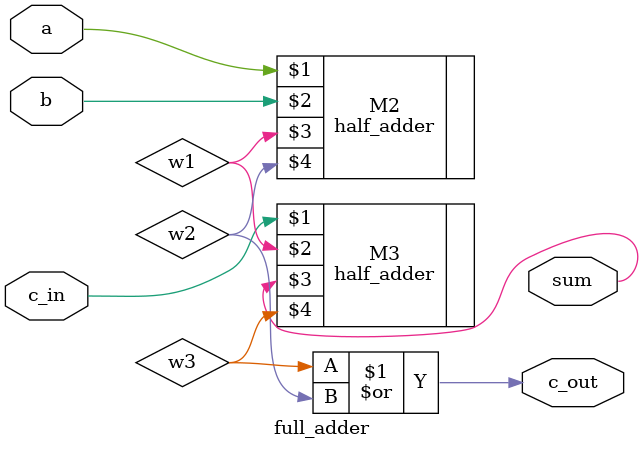
<source format=v>
`timescale 1ns / 1ps


module full_adder(
    input a,
    input b,
    input c_in,
    output sum,
    output c_out
    );
    
    wire w1, w2, w3;
   or(c_out, w3, w2);
   half_adder M3(c_in, w1, sum, w3);
   half_adder M2(a, b, w1, w2);
   // input, input, xor, and
   // w1 = 0, w2 = 1
   // sum = 0, w3 = 0
   
    
endmodule

</source>
